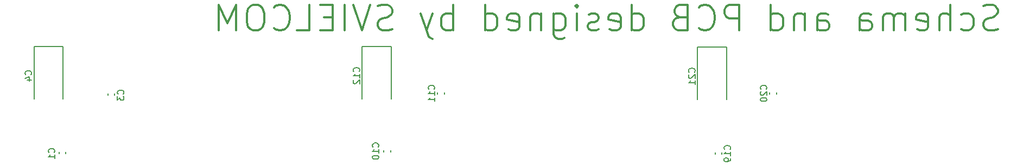
<source format=gbr>
%TF.GenerationSoftware,KiCad,Pcbnew,5.1.10-88a1d61d58~88~ubuntu20.04.1*%
%TF.CreationDate,2021-06-08T11:44:55+07:00*%
%TF.ProjectId,Analog_decoupling,416e616c-6f67-45f6-9465-636f75706c69,rev?*%
%TF.SameCoordinates,Original*%
%TF.FileFunction,Legend,Bot*%
%TF.FilePolarity,Positive*%
%FSLAX46Y46*%
G04 Gerber Fmt 4.6, Leading zero omitted, Abs format (unit mm)*
G04 Created by KiCad (PCBNEW 5.1.10-88a1d61d58~88~ubuntu20.04.1) date 2021-06-08 11:44:55*
%MOMM*%
%LPD*%
G01*
G04 APERTURE LIST*
%ADD10C,0.300000*%
%ADD11C,0.150000*%
G04 APERTURE END LIST*
D10*
X230656142Y-96107047D02*
X230084714Y-96297523D01*
X229132333Y-96297523D01*
X228751380Y-96107047D01*
X228560904Y-95916571D01*
X228370428Y-95535619D01*
X228370428Y-95154666D01*
X228560904Y-94773714D01*
X228751380Y-94583238D01*
X229132333Y-94392761D01*
X229894238Y-94202285D01*
X230275190Y-94011809D01*
X230465666Y-93821333D01*
X230656142Y-93440380D01*
X230656142Y-93059428D01*
X230465666Y-92678476D01*
X230275190Y-92488000D01*
X229894238Y-92297523D01*
X228941857Y-92297523D01*
X228370428Y-92488000D01*
X224941857Y-96107047D02*
X225322809Y-96297523D01*
X226084714Y-96297523D01*
X226465666Y-96107047D01*
X226656142Y-95916571D01*
X226846619Y-95535619D01*
X226846619Y-94392761D01*
X226656142Y-94011809D01*
X226465666Y-93821333D01*
X226084714Y-93630857D01*
X225322809Y-93630857D01*
X224941857Y-93821333D01*
X223227571Y-96297523D02*
X223227571Y-92297523D01*
X221513285Y-96297523D02*
X221513285Y-94202285D01*
X221703761Y-93821333D01*
X222084714Y-93630857D01*
X222656142Y-93630857D01*
X223037095Y-93821333D01*
X223227571Y-94011809D01*
X218084714Y-96107047D02*
X218465666Y-96297523D01*
X219227571Y-96297523D01*
X219608523Y-96107047D01*
X219799000Y-95726095D01*
X219799000Y-94202285D01*
X219608523Y-93821333D01*
X219227571Y-93630857D01*
X218465666Y-93630857D01*
X218084714Y-93821333D01*
X217894238Y-94202285D01*
X217894238Y-94583238D01*
X219799000Y-94964190D01*
X216179952Y-96297523D02*
X216179952Y-93630857D01*
X216179952Y-94011809D02*
X215989476Y-93821333D01*
X215608523Y-93630857D01*
X215037095Y-93630857D01*
X214656142Y-93821333D01*
X214465666Y-94202285D01*
X214465666Y-96297523D01*
X214465666Y-94202285D02*
X214275190Y-93821333D01*
X213894238Y-93630857D01*
X213322809Y-93630857D01*
X212941857Y-93821333D01*
X212751380Y-94202285D01*
X212751380Y-96297523D01*
X209132333Y-96297523D02*
X209132333Y-94202285D01*
X209322809Y-93821333D01*
X209703761Y-93630857D01*
X210465666Y-93630857D01*
X210846619Y-93821333D01*
X209132333Y-96107047D02*
X209513285Y-96297523D01*
X210465666Y-96297523D01*
X210846619Y-96107047D01*
X211037095Y-95726095D01*
X211037095Y-95345142D01*
X210846619Y-94964190D01*
X210465666Y-94773714D01*
X209513285Y-94773714D01*
X209132333Y-94583238D01*
X202465666Y-96297523D02*
X202465666Y-94202285D01*
X202656142Y-93821333D01*
X203037095Y-93630857D01*
X203799000Y-93630857D01*
X204179952Y-93821333D01*
X202465666Y-96107047D02*
X202846619Y-96297523D01*
X203799000Y-96297523D01*
X204179952Y-96107047D01*
X204370428Y-95726095D01*
X204370428Y-95345142D01*
X204179952Y-94964190D01*
X203799000Y-94773714D01*
X202846619Y-94773714D01*
X202465666Y-94583238D01*
X200560904Y-93630857D02*
X200560904Y-96297523D01*
X200560904Y-94011809D02*
X200370428Y-93821333D01*
X199989476Y-93630857D01*
X199418047Y-93630857D01*
X199037095Y-93821333D01*
X198846619Y-94202285D01*
X198846619Y-96297523D01*
X195227571Y-96297523D02*
X195227571Y-92297523D01*
X195227571Y-96107047D02*
X195608523Y-96297523D01*
X196370428Y-96297523D01*
X196751380Y-96107047D01*
X196941857Y-95916571D01*
X197132333Y-95535619D01*
X197132333Y-94392761D01*
X196941857Y-94011809D01*
X196751380Y-93821333D01*
X196370428Y-93630857D01*
X195608523Y-93630857D01*
X195227571Y-93821333D01*
X190275190Y-96297523D02*
X190275190Y-92297523D01*
X188751380Y-92297523D01*
X188370428Y-92488000D01*
X188179952Y-92678476D01*
X187989476Y-93059428D01*
X187989476Y-93630857D01*
X188179952Y-94011809D01*
X188370428Y-94202285D01*
X188751380Y-94392761D01*
X190275190Y-94392761D01*
X183989476Y-95916571D02*
X184179952Y-96107047D01*
X184751380Y-96297523D01*
X185132333Y-96297523D01*
X185703761Y-96107047D01*
X186084714Y-95726095D01*
X186275190Y-95345142D01*
X186465666Y-94583238D01*
X186465666Y-94011809D01*
X186275190Y-93249904D01*
X186084714Y-92868952D01*
X185703761Y-92488000D01*
X185132333Y-92297523D01*
X184751380Y-92297523D01*
X184179952Y-92488000D01*
X183989476Y-92678476D01*
X180941857Y-94202285D02*
X180370428Y-94392761D01*
X180179952Y-94583238D01*
X179989476Y-94964190D01*
X179989476Y-95535619D01*
X180179952Y-95916571D01*
X180370428Y-96107047D01*
X180751380Y-96297523D01*
X182275190Y-96297523D01*
X182275190Y-92297523D01*
X180941857Y-92297523D01*
X180560904Y-92488000D01*
X180370428Y-92678476D01*
X180179952Y-93059428D01*
X180179952Y-93440380D01*
X180370428Y-93821333D01*
X180560904Y-94011809D01*
X180941857Y-94202285D01*
X182275190Y-94202285D01*
X173513285Y-96297523D02*
X173513285Y-92297523D01*
X173513285Y-96107047D02*
X173894238Y-96297523D01*
X174656142Y-96297523D01*
X175037095Y-96107047D01*
X175227571Y-95916571D01*
X175418047Y-95535619D01*
X175418047Y-94392761D01*
X175227571Y-94011809D01*
X175037095Y-93821333D01*
X174656142Y-93630857D01*
X173894238Y-93630857D01*
X173513285Y-93821333D01*
X170084714Y-96107047D02*
X170465666Y-96297523D01*
X171227571Y-96297523D01*
X171608523Y-96107047D01*
X171799000Y-95726095D01*
X171799000Y-94202285D01*
X171608523Y-93821333D01*
X171227571Y-93630857D01*
X170465666Y-93630857D01*
X170084714Y-93821333D01*
X169894238Y-94202285D01*
X169894238Y-94583238D01*
X171799000Y-94964190D01*
X168370428Y-96107047D02*
X167989476Y-96297523D01*
X167227571Y-96297523D01*
X166846619Y-96107047D01*
X166656142Y-95726095D01*
X166656142Y-95535619D01*
X166846619Y-95154666D01*
X167227571Y-94964190D01*
X167799000Y-94964190D01*
X168179952Y-94773714D01*
X168370428Y-94392761D01*
X168370428Y-94202285D01*
X168179952Y-93821333D01*
X167799000Y-93630857D01*
X167227571Y-93630857D01*
X166846619Y-93821333D01*
X164941857Y-96297523D02*
X164941857Y-93630857D01*
X164941857Y-92297523D02*
X165132333Y-92488000D01*
X164941857Y-92678476D01*
X164751380Y-92488000D01*
X164941857Y-92297523D01*
X164941857Y-92678476D01*
X161322809Y-93630857D02*
X161322809Y-96868952D01*
X161513285Y-97249904D01*
X161703761Y-97440380D01*
X162084714Y-97630857D01*
X162656142Y-97630857D01*
X163037095Y-97440380D01*
X161322809Y-96107047D02*
X161703761Y-96297523D01*
X162465666Y-96297523D01*
X162846619Y-96107047D01*
X163037095Y-95916571D01*
X163227571Y-95535619D01*
X163227571Y-94392761D01*
X163037095Y-94011809D01*
X162846619Y-93821333D01*
X162465666Y-93630857D01*
X161703761Y-93630857D01*
X161322809Y-93821333D01*
X159418047Y-93630857D02*
X159418047Y-96297523D01*
X159418047Y-94011809D02*
X159227571Y-93821333D01*
X158846619Y-93630857D01*
X158275190Y-93630857D01*
X157894238Y-93821333D01*
X157703761Y-94202285D01*
X157703761Y-96297523D01*
X154275190Y-96107047D02*
X154656142Y-96297523D01*
X155418047Y-96297523D01*
X155799000Y-96107047D01*
X155989476Y-95726095D01*
X155989476Y-94202285D01*
X155799000Y-93821333D01*
X155418047Y-93630857D01*
X154656142Y-93630857D01*
X154275190Y-93821333D01*
X154084714Y-94202285D01*
X154084714Y-94583238D01*
X155989476Y-94964190D01*
X150656142Y-96297523D02*
X150656142Y-92297523D01*
X150656142Y-96107047D02*
X151037095Y-96297523D01*
X151799000Y-96297523D01*
X152179952Y-96107047D01*
X152370428Y-95916571D01*
X152560904Y-95535619D01*
X152560904Y-94392761D01*
X152370428Y-94011809D01*
X152179952Y-93821333D01*
X151799000Y-93630857D01*
X151037095Y-93630857D01*
X150656142Y-93821333D01*
X145703761Y-96297523D02*
X145703761Y-92297523D01*
X145703761Y-93821333D02*
X145322809Y-93630857D01*
X144560904Y-93630857D01*
X144179952Y-93821333D01*
X143989476Y-94011809D01*
X143799000Y-94392761D01*
X143799000Y-95535619D01*
X143989476Y-95916571D01*
X144179952Y-96107047D01*
X144560904Y-96297523D01*
X145322809Y-96297523D01*
X145703761Y-96107047D01*
X142465666Y-93630857D02*
X141513285Y-96297523D01*
X140560904Y-93630857D02*
X141513285Y-96297523D01*
X141894238Y-97249904D01*
X142084714Y-97440380D01*
X142465666Y-97630857D01*
X136179952Y-96107047D02*
X135608523Y-96297523D01*
X134656142Y-96297523D01*
X134275190Y-96107047D01*
X134084714Y-95916571D01*
X133894238Y-95535619D01*
X133894238Y-95154666D01*
X134084714Y-94773714D01*
X134275190Y-94583238D01*
X134656142Y-94392761D01*
X135418047Y-94202285D01*
X135799000Y-94011809D01*
X135989476Y-93821333D01*
X136179952Y-93440380D01*
X136179952Y-93059428D01*
X135989476Y-92678476D01*
X135799000Y-92488000D01*
X135418047Y-92297523D01*
X134465666Y-92297523D01*
X133894238Y-92488000D01*
X132751380Y-92297523D02*
X131418047Y-96297523D01*
X130084714Y-92297523D01*
X128751380Y-96297523D02*
X128751380Y-92297523D01*
X126846619Y-94202285D02*
X125513285Y-94202285D01*
X124941857Y-96297523D02*
X126846619Y-96297523D01*
X126846619Y-92297523D01*
X124941857Y-92297523D01*
X121322809Y-96297523D02*
X123227571Y-96297523D01*
X123227571Y-92297523D01*
X117703761Y-95916571D02*
X117894238Y-96107047D01*
X118465666Y-96297523D01*
X118846619Y-96297523D01*
X119418047Y-96107047D01*
X119799000Y-95726095D01*
X119989476Y-95345142D01*
X120179952Y-94583238D01*
X120179952Y-94011809D01*
X119989476Y-93249904D01*
X119799000Y-92868952D01*
X119418047Y-92488000D01*
X118846619Y-92297523D01*
X118465666Y-92297523D01*
X117894238Y-92488000D01*
X117703761Y-92678476D01*
X115227571Y-92297523D02*
X114465666Y-92297523D01*
X114084714Y-92488000D01*
X113703761Y-92868952D01*
X113513285Y-93630857D01*
X113513285Y-94964190D01*
X113703761Y-95726095D01*
X114084714Y-96107047D01*
X114465666Y-96297523D01*
X115227571Y-96297523D01*
X115608523Y-96107047D01*
X115989476Y-95726095D01*
X116179952Y-94964190D01*
X116179952Y-93630857D01*
X115989476Y-92868952D01*
X115608523Y-92488000D01*
X115227571Y-92297523D01*
X111799000Y-96297523D02*
X111799000Y-92297523D01*
X110465666Y-95154666D01*
X109132333Y-92297523D01*
X109132333Y-96297523D01*
D11*
%TO.C,C21*%
X183795000Y-107130000D02*
X183795000Y-98895000D01*
X183795000Y-98895000D02*
X188315000Y-98895000D01*
X188315000Y-98895000D02*
X188315000Y-107130000D01*
%TO.C,C20*%
X195046600Y-106018500D02*
X195046600Y-106272500D01*
X196113400Y-106018500D02*
X196113400Y-106272500D01*
%TO.C,C19*%
X187604400Y-115697000D02*
X187604400Y-115443000D01*
X186537600Y-115697000D02*
X186537600Y-115443000D01*
%TO.C,C12*%
X131471000Y-107028000D02*
X131471000Y-98793000D01*
X131471000Y-98793000D02*
X135991000Y-98793000D01*
X135991000Y-98793000D02*
X135991000Y-107028000D01*
%TO.C,C11*%
X143230600Y-106018500D02*
X143230600Y-106272500D01*
X144297400Y-106018500D02*
X144297400Y-106272500D01*
%TO.C,C10*%
X135915400Y-115342500D02*
X135915400Y-115088500D01*
X134848600Y-115342500D02*
X134848600Y-115088500D01*
%TO.C,C4*%
X80290000Y-107028000D02*
X80290000Y-98793000D01*
X80290000Y-98793000D02*
X84810000Y-98793000D01*
X84810000Y-98793000D02*
X84810000Y-107028000D01*
%TO.C,C3*%
X91795600Y-106145500D02*
X91795600Y-106399500D01*
X92862400Y-106145500D02*
X92862400Y-106399500D01*
%TO.C,C1*%
X85242400Y-115543500D02*
X85242400Y-115289500D01*
X84175600Y-115543500D02*
X84175600Y-115289500D01*
%TO.C,C21*%
X183312142Y-102837142D02*
X183359761Y-102789523D01*
X183407380Y-102646666D01*
X183407380Y-102551428D01*
X183359761Y-102408571D01*
X183264523Y-102313333D01*
X183169285Y-102265714D01*
X182978809Y-102218095D01*
X182835952Y-102218095D01*
X182645476Y-102265714D01*
X182550238Y-102313333D01*
X182455000Y-102408571D01*
X182407380Y-102551428D01*
X182407380Y-102646666D01*
X182455000Y-102789523D01*
X182502619Y-102837142D01*
X182502619Y-103218095D02*
X182455000Y-103265714D01*
X182407380Y-103360952D01*
X182407380Y-103599047D01*
X182455000Y-103694285D01*
X182502619Y-103741904D01*
X182597857Y-103789523D01*
X182693095Y-103789523D01*
X182835952Y-103741904D01*
X183407380Y-103170476D01*
X183407380Y-103789523D01*
X183407380Y-104741904D02*
X183407380Y-104170476D01*
X183407380Y-104456190D02*
X182407380Y-104456190D01*
X182550238Y-104360952D01*
X182645476Y-104265714D01*
X182693095Y-104170476D01*
%TO.C,C20*%
X194507142Y-105502642D02*
X194554761Y-105455023D01*
X194602380Y-105312166D01*
X194602380Y-105216928D01*
X194554761Y-105074071D01*
X194459523Y-104978833D01*
X194364285Y-104931214D01*
X194173809Y-104883595D01*
X194030952Y-104883595D01*
X193840476Y-104931214D01*
X193745238Y-104978833D01*
X193650000Y-105074071D01*
X193602380Y-105216928D01*
X193602380Y-105312166D01*
X193650000Y-105455023D01*
X193697619Y-105502642D01*
X193697619Y-105883595D02*
X193650000Y-105931214D01*
X193602380Y-106026452D01*
X193602380Y-106264547D01*
X193650000Y-106359785D01*
X193697619Y-106407404D01*
X193792857Y-106455023D01*
X193888095Y-106455023D01*
X194030952Y-106407404D01*
X194602380Y-105835976D01*
X194602380Y-106455023D01*
X193602380Y-107074071D02*
X193602380Y-107169309D01*
X193650000Y-107264547D01*
X193697619Y-107312166D01*
X193792857Y-107359785D01*
X193983333Y-107407404D01*
X194221428Y-107407404D01*
X194411904Y-107359785D01*
X194507142Y-107312166D01*
X194554761Y-107264547D01*
X194602380Y-107169309D01*
X194602380Y-107074071D01*
X194554761Y-106978833D01*
X194507142Y-106931214D01*
X194411904Y-106883595D01*
X194221428Y-106835976D01*
X193983333Y-106835976D01*
X193792857Y-106883595D01*
X193697619Y-106931214D01*
X193650000Y-106978833D01*
X193602380Y-107074071D01*
%TO.C,C19*%
X188858142Y-114927142D02*
X188905761Y-114879523D01*
X188953380Y-114736666D01*
X188953380Y-114641428D01*
X188905761Y-114498571D01*
X188810523Y-114403333D01*
X188715285Y-114355714D01*
X188524809Y-114308095D01*
X188381952Y-114308095D01*
X188191476Y-114355714D01*
X188096238Y-114403333D01*
X188001000Y-114498571D01*
X187953380Y-114641428D01*
X187953380Y-114736666D01*
X188001000Y-114879523D01*
X188048619Y-114927142D01*
X188953380Y-115879523D02*
X188953380Y-115308095D01*
X188953380Y-115593809D02*
X187953380Y-115593809D01*
X188096238Y-115498571D01*
X188191476Y-115403333D01*
X188239095Y-115308095D01*
X188953380Y-116355714D02*
X188953380Y-116546190D01*
X188905761Y-116641428D01*
X188858142Y-116689047D01*
X188715285Y-116784285D01*
X188524809Y-116831904D01*
X188143857Y-116831904D01*
X188048619Y-116784285D01*
X188001000Y-116736666D01*
X187953380Y-116641428D01*
X187953380Y-116450952D01*
X188001000Y-116355714D01*
X188048619Y-116308095D01*
X188143857Y-116260476D01*
X188381952Y-116260476D01*
X188477190Y-116308095D01*
X188524809Y-116355714D01*
X188572428Y-116450952D01*
X188572428Y-116641428D01*
X188524809Y-116736666D01*
X188477190Y-116784285D01*
X188381952Y-116831904D01*
%TO.C,C12*%
X130988142Y-102735142D02*
X131035761Y-102687523D01*
X131083380Y-102544666D01*
X131083380Y-102449428D01*
X131035761Y-102306571D01*
X130940523Y-102211333D01*
X130845285Y-102163714D01*
X130654809Y-102116095D01*
X130511952Y-102116095D01*
X130321476Y-102163714D01*
X130226238Y-102211333D01*
X130131000Y-102306571D01*
X130083380Y-102449428D01*
X130083380Y-102544666D01*
X130131000Y-102687523D01*
X130178619Y-102735142D01*
X131083380Y-103687523D02*
X131083380Y-103116095D01*
X131083380Y-103401809D02*
X130083380Y-103401809D01*
X130226238Y-103306571D01*
X130321476Y-103211333D01*
X130369095Y-103116095D01*
X130178619Y-104068476D02*
X130131000Y-104116095D01*
X130083380Y-104211333D01*
X130083380Y-104449428D01*
X130131000Y-104544666D01*
X130178619Y-104592285D01*
X130273857Y-104639904D01*
X130369095Y-104639904D01*
X130511952Y-104592285D01*
X131083380Y-104020857D01*
X131083380Y-104639904D01*
%TO.C,C11*%
X142691142Y-105502642D02*
X142738761Y-105455023D01*
X142786380Y-105312166D01*
X142786380Y-105216928D01*
X142738761Y-105074071D01*
X142643523Y-104978833D01*
X142548285Y-104931214D01*
X142357809Y-104883595D01*
X142214952Y-104883595D01*
X142024476Y-104931214D01*
X141929238Y-104978833D01*
X141834000Y-105074071D01*
X141786380Y-105216928D01*
X141786380Y-105312166D01*
X141834000Y-105455023D01*
X141881619Y-105502642D01*
X142786380Y-106455023D02*
X142786380Y-105883595D01*
X142786380Y-106169309D02*
X141786380Y-106169309D01*
X141929238Y-106074071D01*
X142024476Y-105978833D01*
X142072095Y-105883595D01*
X142786380Y-107407404D02*
X142786380Y-106835976D01*
X142786380Y-107121690D02*
X141786380Y-107121690D01*
X141929238Y-107026452D01*
X142024476Y-106931214D01*
X142072095Y-106835976D01*
%TO.C,C10*%
X133961142Y-114546142D02*
X134008761Y-114498523D01*
X134056380Y-114355666D01*
X134056380Y-114260428D01*
X134008761Y-114117571D01*
X133913523Y-114022333D01*
X133818285Y-113974714D01*
X133627809Y-113927095D01*
X133484952Y-113927095D01*
X133294476Y-113974714D01*
X133199238Y-114022333D01*
X133104000Y-114117571D01*
X133056380Y-114260428D01*
X133056380Y-114355666D01*
X133104000Y-114498523D01*
X133151619Y-114546142D01*
X134056380Y-115498523D02*
X134056380Y-114927095D01*
X134056380Y-115212809D02*
X133056380Y-115212809D01*
X133199238Y-115117571D01*
X133294476Y-115022333D01*
X133342095Y-114927095D01*
X133056380Y-116117571D02*
X133056380Y-116212809D01*
X133104000Y-116308047D01*
X133151619Y-116355666D01*
X133246857Y-116403285D01*
X133437333Y-116450904D01*
X133675428Y-116450904D01*
X133865904Y-116403285D01*
X133961142Y-116355666D01*
X134008761Y-116308047D01*
X134056380Y-116212809D01*
X134056380Y-116117571D01*
X134008761Y-116022333D01*
X133961142Y-115974714D01*
X133865904Y-115927095D01*
X133675428Y-115879476D01*
X133437333Y-115879476D01*
X133246857Y-115927095D01*
X133151619Y-115974714D01*
X133104000Y-116022333D01*
X133056380Y-116117571D01*
%TO.C,C4*%
X79807142Y-103211333D02*
X79854761Y-103163714D01*
X79902380Y-103020857D01*
X79902380Y-102925619D01*
X79854761Y-102782761D01*
X79759523Y-102687523D01*
X79664285Y-102639904D01*
X79473809Y-102592285D01*
X79330952Y-102592285D01*
X79140476Y-102639904D01*
X79045238Y-102687523D01*
X78950000Y-102782761D01*
X78902380Y-102925619D01*
X78902380Y-103020857D01*
X78950000Y-103163714D01*
X78997619Y-103211333D01*
X79235714Y-104068476D02*
X79902380Y-104068476D01*
X78854761Y-103830380D02*
X79569047Y-103592285D01*
X79569047Y-104211333D01*
%TO.C,C3*%
X94210142Y-106259333D02*
X94257761Y-106211714D01*
X94305380Y-106068857D01*
X94305380Y-105973619D01*
X94257761Y-105830761D01*
X94162523Y-105735523D01*
X94067285Y-105687904D01*
X93876809Y-105640285D01*
X93733952Y-105640285D01*
X93543476Y-105687904D01*
X93448238Y-105735523D01*
X93353000Y-105830761D01*
X93305380Y-105973619D01*
X93305380Y-106068857D01*
X93353000Y-106211714D01*
X93400619Y-106259333D01*
X93305380Y-106592666D02*
X93305380Y-107211714D01*
X93686333Y-106878380D01*
X93686333Y-107021238D01*
X93733952Y-107116476D01*
X93781571Y-107164095D01*
X93876809Y-107211714D01*
X94114904Y-107211714D01*
X94210142Y-107164095D01*
X94257761Y-107116476D01*
X94305380Y-107021238D01*
X94305380Y-106735523D01*
X94257761Y-106640285D01*
X94210142Y-106592666D01*
%TO.C,C1*%
X83415142Y-115403333D02*
X83462761Y-115355714D01*
X83510380Y-115212857D01*
X83510380Y-115117619D01*
X83462761Y-114974761D01*
X83367523Y-114879523D01*
X83272285Y-114831904D01*
X83081809Y-114784285D01*
X82938952Y-114784285D01*
X82748476Y-114831904D01*
X82653238Y-114879523D01*
X82558000Y-114974761D01*
X82510380Y-115117619D01*
X82510380Y-115212857D01*
X82558000Y-115355714D01*
X82605619Y-115403333D01*
X83510380Y-116355714D02*
X83510380Y-115784285D01*
X83510380Y-116070000D02*
X82510380Y-116070000D01*
X82653238Y-115974761D01*
X82748476Y-115879523D01*
X82796095Y-115784285D01*
%TD*%
M02*

</source>
